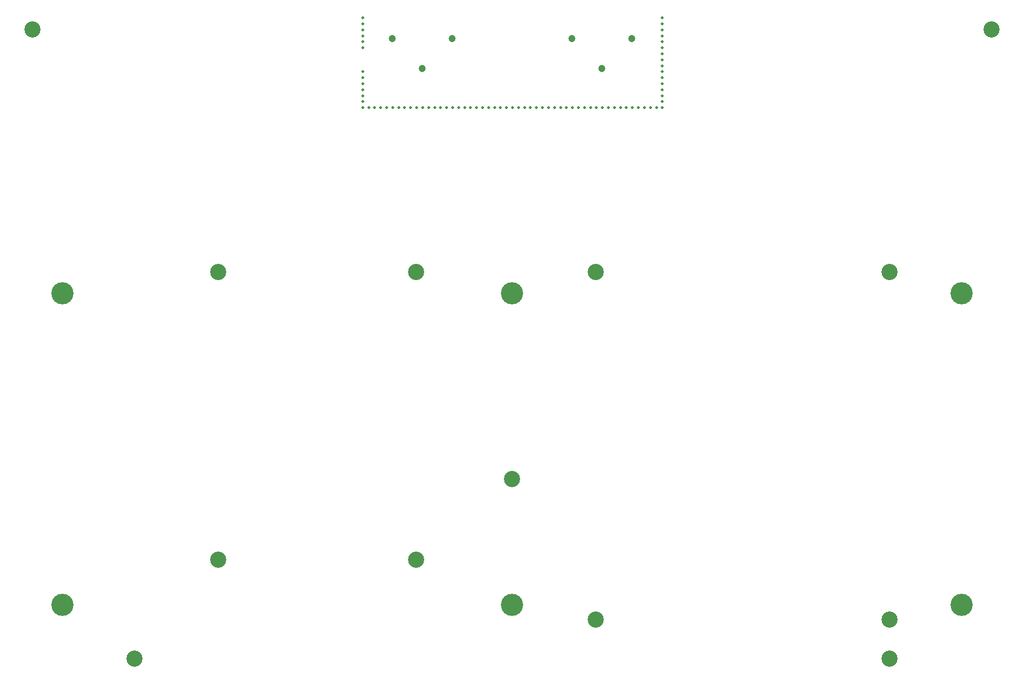
<source format=gbr>
%TF.GenerationSoftware,KiCad,Pcbnew,8.0.6+1*%
%TF.CreationDate,2024-12-16T18:12:13+00:00*%
%TF.ProjectId,pedalboard-hw,70656461-6c62-46f6-9172-642d68772e6b,4.0.1-RC*%
%TF.SameCoordinates,Original*%
%TF.FileFunction,NonPlated,1,2,NPTH,Drill*%
%TF.FilePolarity,Positive*%
%FSLAX46Y46*%
G04 Gerber Fmt 4.6, Leading zero omitted, Abs format (unit mm)*
G04 Created by KiCad (PCBNEW 8.0.6+1) date 2024-12-16 18:12:13*
%MOMM*%
%LPD*%
G01*
G04 APERTURE LIST*
%TA.AperFunction,ComponentDrill*%
%ADD10C,0.500000*%
%TD*%
%TA.AperFunction,ComponentDrill*%
%ADD11C,1.200000*%
%TD*%
%TA.AperFunction,ComponentDrill*%
%ADD12C,2.700000*%
%TD*%
%TA.AperFunction,ComponentDrill*%
%ADD13C,3.700000*%
%TD*%
G04 APERTURE END LIST*
D10*
%TO.C,H2*%
X80100000Y-21075000D03*
X80100000Y-22075000D03*
X80100000Y-23075000D03*
X80100000Y-24075000D03*
X80100000Y-25075000D03*
X80100000Y-26075000D03*
X80100000Y-30075000D03*
X80100000Y-31075000D03*
X80100000Y-32075000D03*
X80100000Y-33075000D03*
X80100000Y-34075000D03*
X80100000Y-35075000D03*
X80100000Y-36075000D03*
X81100000Y-36075000D03*
X82100000Y-36075000D03*
X83100000Y-36075000D03*
X84100000Y-36075000D03*
X85100000Y-36075000D03*
X86100000Y-36075000D03*
X87100000Y-36075000D03*
X88100000Y-36075000D03*
X89100000Y-36075000D03*
X90100000Y-36075000D03*
X91100000Y-36075000D03*
X92100000Y-36075000D03*
X93100000Y-36075000D03*
X94100000Y-36075000D03*
X95100000Y-36075000D03*
X96100000Y-36075000D03*
X97100000Y-36075000D03*
X98100000Y-36075000D03*
X99100000Y-36075000D03*
X100100000Y-36075000D03*
X101100000Y-36075000D03*
X102100000Y-36075000D03*
X103100000Y-36075000D03*
X104100000Y-36075000D03*
X105100000Y-36075000D03*
X106100000Y-36075000D03*
X107100000Y-36075000D03*
X108100000Y-36075000D03*
X109100000Y-36075000D03*
X110100000Y-36075000D03*
X111100000Y-36075000D03*
X112100000Y-36075000D03*
X113100000Y-36075000D03*
X114100000Y-36075000D03*
X115100000Y-36075000D03*
X116100000Y-36075000D03*
X117100000Y-36075000D03*
X118100000Y-36075000D03*
X119100000Y-36075000D03*
X120100000Y-36075000D03*
X121100000Y-36075000D03*
X122100000Y-36075000D03*
X123100000Y-36075000D03*
X124100000Y-36075000D03*
X125100000Y-36075000D03*
X126100000Y-36075000D03*
X127100000Y-36075000D03*
X128100000Y-36075000D03*
X129100000Y-36075000D03*
X130100000Y-21075000D03*
X130100000Y-22075000D03*
X130100000Y-23075000D03*
X130100000Y-24075000D03*
X130100000Y-25075000D03*
X130100000Y-26075000D03*
X130100000Y-27075000D03*
X130100000Y-28075000D03*
X130100000Y-29075000D03*
X130100000Y-30075000D03*
X130100000Y-31075000D03*
X130100000Y-32075000D03*
X130100000Y-33075000D03*
X130100000Y-34075000D03*
X130100000Y-35075000D03*
X130100000Y-36075000D03*
D11*
%TO.C,J1*%
X84994500Y-24500000D03*
X89994500Y-29500000D03*
X94994500Y-24500000D03*
%TO.C,J3*%
X115000000Y-24500000D03*
X120000000Y-29500000D03*
X125000000Y-24500000D03*
D12*
%TO.C,H1*%
X25000000Y-23000000D03*
%TO.C,H14*%
X42000000Y-128000000D03*
%TO.C,CM1*%
X56000000Y-63500000D03*
X56000000Y-111500000D03*
X89000000Y-63500000D03*
X89000000Y-111500000D03*
%TO.C,H16*%
X105000000Y-98000000D03*
%TO.C,H6*%
X118980000Y-121520000D03*
%TO.C,H5*%
X119000000Y-63500000D03*
%TO.C,H4*%
X168000000Y-63500000D03*
%TO.C,H7*%
X168000000Y-121500000D03*
%TO.C,H15*%
X168000000Y-128000000D03*
%TO.C,H3*%
X185005615Y-22994385D03*
D13*
%TO.C,H10*%
X30000000Y-67000000D03*
%TO.C,H13*%
X30000000Y-119000000D03*
%TO.C,H9*%
X105000000Y-67000000D03*
%TO.C,H12*%
X105000000Y-119000000D03*
%TO.C,H8*%
X180000000Y-67000000D03*
%TO.C,H11*%
X180000000Y-119000000D03*
M02*

</source>
